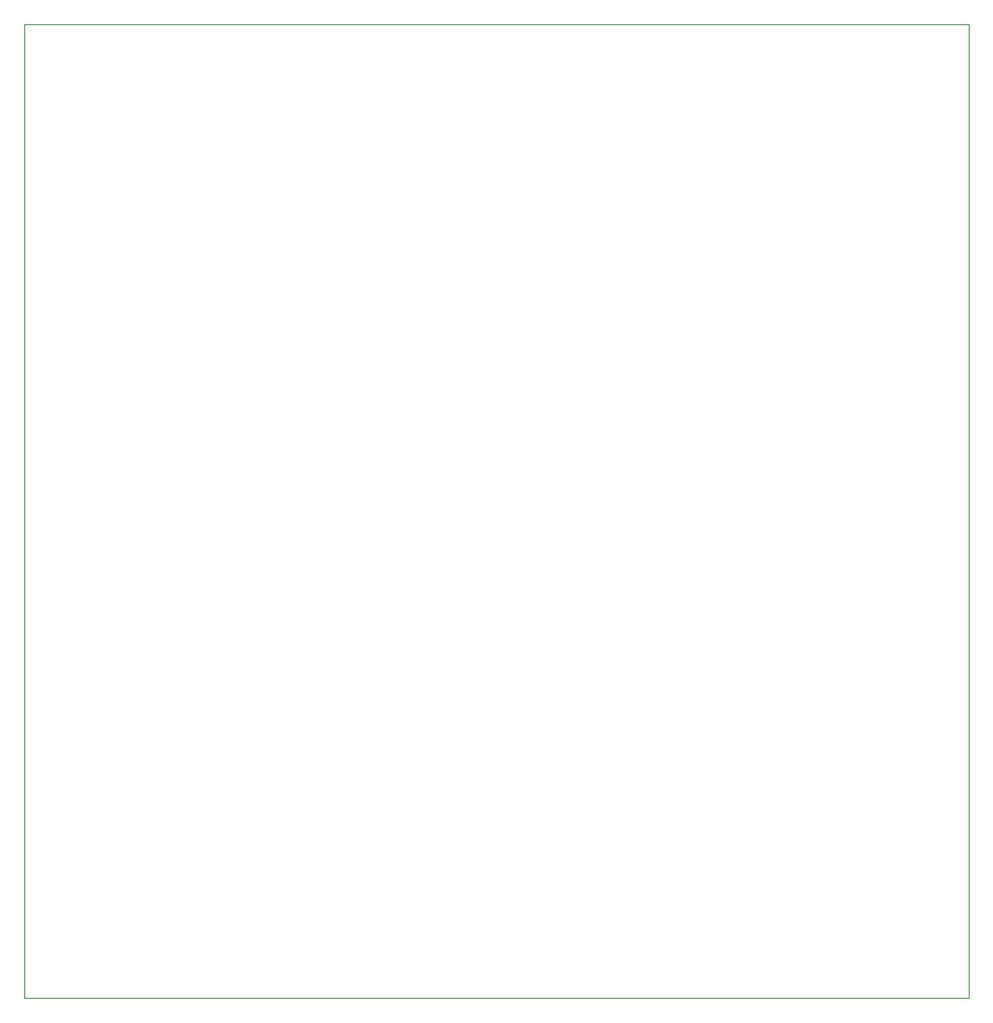
<source format=gbr>
G04 #@! TF.FileFunction,Profile,NP*
%FSLAX46Y46*%
G04 Gerber Fmt 4.6, Leading zero omitted, Abs format (unit mm)*
G04 Created by KiCad (PCBNEW 4.0.7) date 05/11/18 12:47:43*
%MOMM*%
%LPD*%
G01*
G04 APERTURE LIST*
%ADD10C,0.100000*%
G04 APERTURE END LIST*
D10*
X99000000Y-49300000D02*
X187500000Y-49300000D01*
X98600000Y-49300000D02*
X99000000Y-49300000D01*
X98600000Y-63200000D02*
X98600000Y-49300000D01*
X187500000Y-141000000D02*
X187500000Y-49300000D01*
X98600000Y-141000000D02*
X187500000Y-141000000D01*
X98600000Y-63100000D02*
X98600000Y-141000000D01*
M02*

</source>
